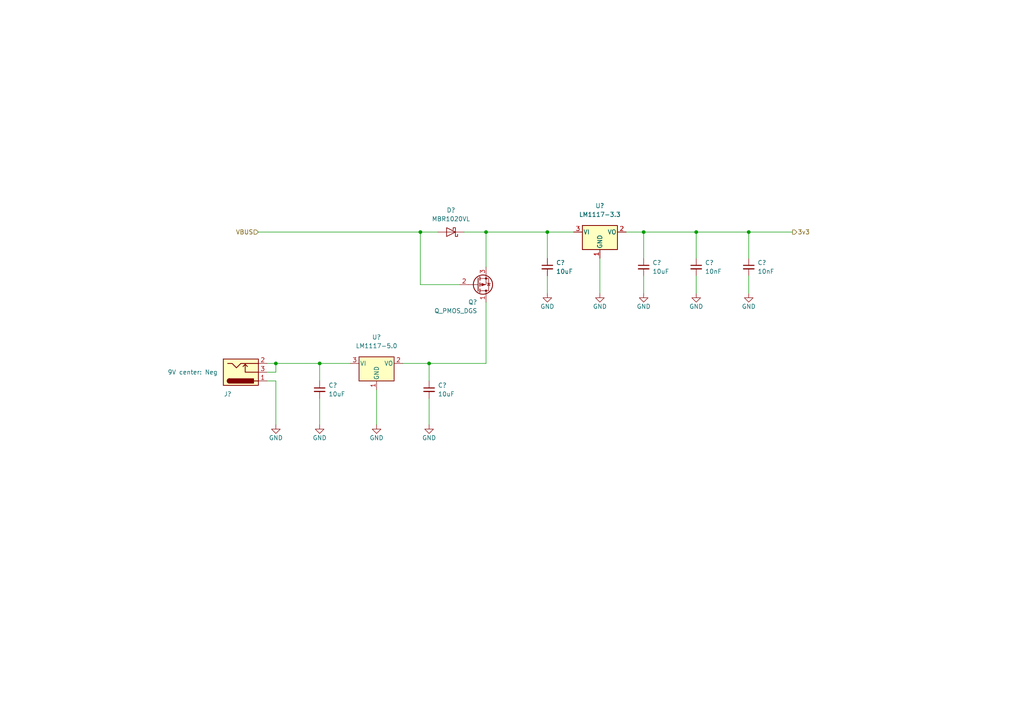
<source format=kicad_sch>
(kicad_sch (version 20210126) (generator eeschema)
  (paper "A4")
  (lib_symbols
    (symbol "Connector:Barrel_Jack_Switch" (pin_names hide)
      (property "Reference" "J" (at 0 5.334 0))
      (property "Value" "Barrel_Jack_Switch" (at 0 -5.08 0))
      (symbol "Barrel_Jack_Switch_0_1"
        (arc (start -3.302 3.175) (end -3.302 1.905) (radius (at -3.302 2.54) (length 0.635) (angles 90.1 -90.1)) (stroke (width 0.254)) (fill (type outline)))
        (arc (start -3.302 3.175) (end -3.302 1.905) (radius (at -3.302 2.54) (length 0.635) (angles 90.1 -90.1)) (stroke (width 0.254)))
        (rectangle (start -5.08 3.81) (end 5.08 -3.81) (stroke (width 0.254)) (fill (type background)))
        (rectangle (start 3.683 3.175) (end -3.302 1.905) (stroke (width 0.254)) (fill (type outline)))
        (polyline (pts (xy 1.27 -2.286) (xy 1.905 -1.651)) (stroke (width 0.254)))
        (polyline (pts (xy 5.08 2.54) (xy 3.81 2.54)) (stroke (width 0.254)))
        (polyline (pts (xy 5.08 0) (xy 1.27 0) (xy 1.27 -2.286) (xy 0.635 -1.651)) (stroke (width 0.254)))
        (polyline (pts (xy -3.81 -2.54) (xy -2.54 -2.54) (xy -1.27 -1.27) (xy 0 -2.54) (xy 2.54 -2.54) (xy 5.08 -2.54)) (stroke (width 0.254)))
      )
      (symbol "Barrel_Jack_Switch_1_1"
        (pin passive line (at 7.62 2.54 180) (length 2.54) (name "~") (number "1"))
        (pin passive line (at 7.62 -2.54 180) (length 2.54) (name "~") (number "2"))
        (pin passive line (at 7.62 0 180) (length 2.54) (name "~") (number "3"))
      )
    )
    (symbol "Device:C_Small" (pin_numbers hide) (pin_names (offset 0.254) hide)
      (property "Reference" "C" (at 0.254 1.778 0))
      (property "Value" "C_Small" (at 0.254 -2.032 0))
      (symbol "C_Small_0_1"
        (polyline (pts (xy -1.524 -0.508) (xy 1.524 -0.508)) (stroke (width 0.3302)))
        (polyline (pts (xy -1.524 0.508) (xy 1.524 0.508)) (stroke (width 0.3048)))
      )
      (symbol "C_Small_1_1"
        (pin passive line (at 0 2.54 270) (length 2.032) (name "~") (number "1"))
        (pin passive line (at 0 -2.54 90) (length 2.032) (name "~") (number "2"))
      )
    )
    (symbol "Device:Q_PMOS_DGS" (pin_names (offset 0) hide)
      (property "Reference" "Q" (at 5.08 1.27 0))
      (property "Value" "Q_PMOS_DGS" (at 5.08 -1.27 0))
      (symbol "Q_PMOS_DGS_0_1"
        (circle (center 1.651 0) (radius 2.794) (stroke (width 0.254)))
        (circle (center 2.54 -1.778) (radius 0.254) (fill (type outline)))
        (circle (center 2.54 1.778) (radius 0.254) (fill (type outline)))
        (polyline (pts (xy 0.254 0) (xy -2.54 0)))
        (polyline (pts (xy 0.254 1.905) (xy 0.254 -1.905)) (stroke (width 0.254)))
        (polyline (pts (xy 0.762 -1.27) (xy 0.762 -2.286)) (stroke (width 0.254)))
        (polyline (pts (xy 0.762 0.508) (xy 0.762 -0.508)) (stroke (width 0.254)))
        (polyline (pts (xy 0.762 2.286) (xy 0.762 1.27)) (stroke (width 0.254)))
        (polyline (pts (xy 2.54 2.54) (xy 2.54 1.778)))
        (polyline (pts (xy 2.54 -2.54) (xy 2.54 0) (xy 0.762 0)))
        (polyline (pts (xy 0.762 1.778) (xy 3.302 1.778) (xy 3.302 -1.778) (xy 0.762 -1.778)))
        (polyline (pts (xy 2.286 0) (xy 1.27 0.381) (xy 1.27 -0.381) (xy 2.286 0)) (fill (type outline)))
        (polyline (pts (xy 2.794 -0.508) (xy 2.921 -0.381) (xy 3.683 -0.381) (xy 3.81 -0.254)))
        (polyline (pts (xy 3.302 -0.381) (xy 2.921 0.254) (xy 3.683 0.254) (xy 3.302 -0.381)))
      )
      (symbol "Q_PMOS_DGS_1_1"
        (pin passive line (at 2.54 5.08 270) (length 2.54) (name "D") (number "1"))
        (pin input line (at -5.08 0 0) (length 2.54) (name "G") (number "2"))
        (pin passive line (at 2.54 -5.08 90) (length 2.54) (name "S") (number "3"))
      )
    )
    (symbol "Diode:MBR1020VL" (pin_numbers hide) (pin_names hide)
      (property "Reference" "D" (at 0 2.54 0))
      (property "Value" "MBR1020VL" (at 0 -2.54 0))
      (symbol "MBR1020VL_0_1"
        (polyline (pts (xy 1.27 0) (xy -1.27 0)))
        (polyline (pts (xy 1.27 1.27) (xy 1.27 -1.27) (xy -1.27 0) (xy 1.27 1.27)) (stroke (width 0.2032)))
        (polyline (pts (xy -1.905 0.635) (xy -1.905 1.27) (xy -1.27 1.27) (xy -1.27 -1.27) (xy -0.635 -1.27) (xy -0.635 -0.635)) (stroke (width 0.2032)))
      )
      (symbol "MBR1020VL_1_1"
        (pin passive line (at -3.81 0 0) (length 2.54) (name "K") (number "1"))
        (pin passive line (at 3.81 0 180) (length 2.54) (name "A") (number "2"))
      )
    )
    (symbol "Regulator_Linear:LM1117-3.3" (pin_names (offset 0.254))
      (property "Reference" "U" (at -3.81 3.175 0))
      (property "Value" "LM1117-3.3" (at 0 3.175 0))
      (symbol "LM1117-3.3_0_1"
        (rectangle (start -5.08 -5.08) (end 5.08 1.905) (stroke (width 0.254)) (fill (type background)))
      )
      (symbol "LM1117-3.3_1_1"
        (pin power_in line (at 0 -7.62 90) (length 2.54) (name "GND") (number "1"))
        (pin power_out line (at 7.62 0 180) (length 2.54) (name "VO") (number "2"))
        (pin power_in line (at -7.62 0 0) (length 2.54) (name "VI") (number "3"))
      )
    )
    (symbol "Regulator_Linear:LM1117-5.0" (pin_names (offset 0.254))
      (property "Reference" "U" (at -3.81 3.175 0))
      (property "Value" "LM1117-5.0" (at 0 3.175 0))
      (symbol "LM1117-5.0_0_1"
        (rectangle (start -5.08 -5.08) (end 5.08 1.905) (stroke (width 0.254)) (fill (type background)))
      )
      (symbol "LM1117-5.0_1_1"
        (pin power_in line (at 0 -7.62 90) (length 2.54) (name "GND") (number "1"))
        (pin power_out line (at 7.62 0 180) (length 2.54) (name "VO") (number "2"))
        (pin power_in line (at -7.62 0 0) (length 2.54) (name "VI") (number "3"))
      )
    )
    (symbol "power:GND" (power) (pin_names (offset 0))
      (property "Value" "GND" (at 0 -3.81 0))
      (symbol "GND_0_1"
        (polyline (pts (xy 0 0) (xy 0 -1.27) (xy 1.27 -1.27) (xy 0 -2.54) (xy -1.27 -1.27) (xy 0 -1.27)))
      )
      (symbol "GND_1_1"
        (pin power_in line (at 0 0 270) (length 0) hide (name "GND") (number "1"))
      )
    )
  )
  (junction (at 80.01 105.41) (diameter 0.9144))
  (junction (at 92.71 105.41) (diameter 0.9144))
  (junction (at 121.92 67.31) (diameter 0.9144))
  (junction (at 124.46 105.41) (diameter 0.9144))
  (junction (at 140.97 67.31) (diameter 0.9144))
  (junction (at 158.75 67.31) (diameter 0.9144))
  (junction (at 186.69 67.31) (diameter 0.9144))
  (junction (at 201.93 67.31) (diameter 0.9144))
  (junction (at 217.17 67.31) (diameter 0.9144))
  (wire (pts (xy 74.93 67.31) (xy 121.92 67.31)))
  (wire (pts (xy 77.47 105.41) (xy 80.01 105.41)))
  (wire (pts (xy 77.47 107.95) (xy 80.01 107.95)))
  (wire (pts (xy 77.47 110.49) (xy 80.01 110.49)))
  (wire (pts (xy 80.01 105.41) (xy 92.71 105.41)))
  (wire (pts (xy 80.01 107.95) (xy 80.01 105.41)))
  (wire (pts (xy 80.01 110.49) (xy 80.01 123.19)))
  (wire (pts (xy 92.71 105.41) (xy 92.71 110.49)))
  (wire (pts (xy 92.71 105.41) (xy 101.6 105.41)))
  (wire (pts (xy 92.71 115.57) (xy 92.71 123.19)))
  (wire (pts (xy 109.22 113.03) (xy 109.22 123.19)))
  (wire (pts (xy 116.84 105.41) (xy 124.46 105.41)))
  (wire (pts (xy 121.92 67.31) (xy 127 67.31)))
  (wire (pts (xy 121.92 82.55) (xy 121.92 67.31)))
  (wire (pts (xy 124.46 105.41) (xy 124.46 110.49)))
  (wire (pts (xy 124.46 115.57) (xy 124.46 123.19)))
  (wire (pts (xy 133.35 82.55) (xy 121.92 82.55)))
  (wire (pts (xy 134.62 67.31) (xy 140.97 67.31)))
  (wire (pts (xy 140.97 67.31) (xy 140.97 77.47)))
  (wire (pts (xy 140.97 67.31) (xy 158.75 67.31)))
  (wire (pts (xy 140.97 87.63) (xy 140.97 105.41)))
  (wire (pts (xy 140.97 105.41) (xy 124.46 105.41)))
  (wire (pts (xy 158.75 67.31) (xy 158.75 74.93)))
  (wire (pts (xy 158.75 67.31) (xy 166.37 67.31)))
  (wire (pts (xy 158.75 80.01) (xy 158.75 85.09)))
  (wire (pts (xy 173.99 74.93) (xy 173.99 85.09)))
  (wire (pts (xy 181.61 67.31) (xy 186.69 67.31)))
  (wire (pts (xy 186.69 67.31) (xy 186.69 74.93)))
  (wire (pts (xy 186.69 67.31) (xy 201.93 67.31)))
  (wire (pts (xy 186.69 80.01) (xy 186.69 85.09)))
  (wire (pts (xy 201.93 67.31) (xy 201.93 74.93)))
  (wire (pts (xy 201.93 67.31) (xy 217.17 67.31)))
  (wire (pts (xy 201.93 80.01) (xy 201.93 85.09)))
  (wire (pts (xy 217.17 67.31) (xy 217.17 74.93)))
  (wire (pts (xy 217.17 67.31) (xy 229.87 67.31)))
  (wire (pts (xy 217.17 80.01) (xy 217.17 85.09)))
  (hierarchical_label "VBUS" (shape input) (at 74.93 67.31 180))
  (hierarchical_label "3v3" (shape output) (at 229.87 67.31 0))
  (symbol (lib_id "power:GND") (at 80.01 123.19 0) (unit 1)
    (property "Reference" "#PWR?" (effects hide))
    (property "Value" "GND" (at 80.01 127 0))
  )
  (symbol (lib_id "power:GND") (at 92.71 123.19 0) (unit 1)
    (property "Reference" "#PWR?" (effects hide))
    (property "Value" "GND" (at 92.71 127 0))
  )
  (symbol (lib_id "power:GND") (at 109.22 123.19 0) (unit 1)
    (property "Reference" "#PWR?" (effects hide))
    (property "Value" "GND" (at 109.22 127 0))
  )
  (symbol (lib_id "power:GND") (at 124.46 123.19 0) (unit 1)
    (property "Reference" "#PWR?" (effects hide))
    (property "Value" "GND" (at 124.46 127 0))
  )
  (symbol (lib_id "power:GND") (at 158.75 85.09 0) (unit 1)
    (property "Reference" "#PWR?" (effects hide))
    (property "Value" "GND" (at 158.75 88.9 0))
  )
  (symbol (lib_id "power:GND") (at 173.99 85.09 0) (unit 1)
    (property "Reference" "#PWR?" (effects hide))
    (property "Value" "GND" (at 173.99 88.9 0))
  )
  (symbol (lib_id "power:GND") (at 186.69 85.09 0) (unit 1)
    (property "Reference" "#PWR?" (effects hide))
    (property "Value" "GND" (at 186.69 88.9 0))
  )
  (symbol (lib_id "power:GND") (at 201.93 85.09 0) (unit 1)
    (property "Reference" "#PWR?" (effects hide))
    (property "Value" "GND" (at 201.93 88.9 0))
  )
  (symbol (lib_id "power:GND") (at 217.17 85.09 0) (unit 1)
    (property "Reference" "#PWR?" (effects hide))
    (property "Value" "GND" (at 217.17 88.9 0))
  )
  (symbol (lib_id "Device:C_Small") (at 92.71 113.03 0) (unit 1)
    (property "Reference" "C?" (at 95.25 111.76 0) (effects (justify left)))
    (property "Value" "10uF" (at 95.25 114.3 0) (effects (justify left)))
  )
  (symbol (lib_id "Device:C_Small") (at 124.46 113.03 0) (unit 1)
    (property "Reference" "C?" (at 127 111.76 0) (effects (justify left)))
    (property "Value" "10uF" (at 127 114.3 0) (effects (justify left)))
  )
  (symbol (lib_id "Device:C_Small") (at 158.75 77.47 0) (unit 1)
    (property "Reference" "C?" (at 161.29 76.2 0) (effects (justify left)))
    (property "Value" "10uF" (at 161.29 78.74 0) (effects (justify left)))
  )
  (symbol (lib_id "Device:C_Small") (at 186.69 77.47 0) (unit 1)
    (property "Reference" "C?" (at 189.23 76.2 0) (effects (justify left)))
    (property "Value" "10uF" (at 189.23 78.74 0) (effects (justify left)))
  )
  (symbol (lib_id "Device:C_Small") (at 201.93 77.47 0) (unit 1)
    (property "Reference" "C?" (at 204.47 76.2 0) (effects (justify left)))
    (property "Value" "10nF" (at 204.47 78.74 0) (effects (justify left)))
  )
  (symbol (lib_id "Device:C_Small") (at 217.17 77.47 0) (unit 1)
    (property "Reference" "C?" (at 219.71 76.2 0) (effects (justify left)))
    (property "Value" "10nF" (at 219.71 78.74 0) (effects (justify left)))
  )
  (symbol (lib_id "Diode:MBR1020VL") (at 130.81 67.31 180) (unit 1)
    (property "Reference" "D?" (at 130.81 60.96 0))
    (property "Value" "MBR1020VL" (at 130.81 63.5 0))
    (property "Footprint" "Diode_SMD:D_SOD-123F" (effects hide))
    (property "Datasheet" "https://www.onsemi.com/pub/Collateral/MBR1020VL-D.PDF" (effects hide))
  )
  (symbol (lib_id "Connector:Barrel_Jack_Switch") (at 69.85 107.95 0) (mirror x) (unit 1)
    (property "Reference" "J?" (at 66.04 114.3 0))
    (property "Value" "9V center: Neg" (at 55.88 107.95 0))
  )
  (symbol (lib_id "Device:Q_PMOS_DGS") (at 138.43 82.55 0) (mirror x) (unit 1)
    (property "Reference" "Q?" (at 138.43 87.63 0) (effects (justify right)))
    (property "Value" "Q_PMOS_DGS" (at 138.43 90.17 0) (effects (justify right)))
  )
  (symbol (lib_id "Regulator_Linear:LM1117-5.0") (at 109.22 105.41 0) (unit 1)
    (property "Reference" "U?" (at 109.22 97.79 0))
    (property "Value" "LM1117-5.0" (at 109.22 100.33 0))
    (property "Datasheet" "http://www.ti.com/lit/ds/symlink/lm1117.pdf" (effects hide))
  )
  (symbol (lib_id "Regulator_Linear:LM1117-3.3") (at 173.99 67.31 0) (unit 1)
    (property "Reference" "U?" (at 173.99 59.69 0))
    (property "Value" "LM1117-3.3" (at 173.99 62.23 0))
    (property "Datasheet" "http://www.ti.com/lit/ds/symlink/lm1117.pdf" (effects hide))
  )
)
</source>
